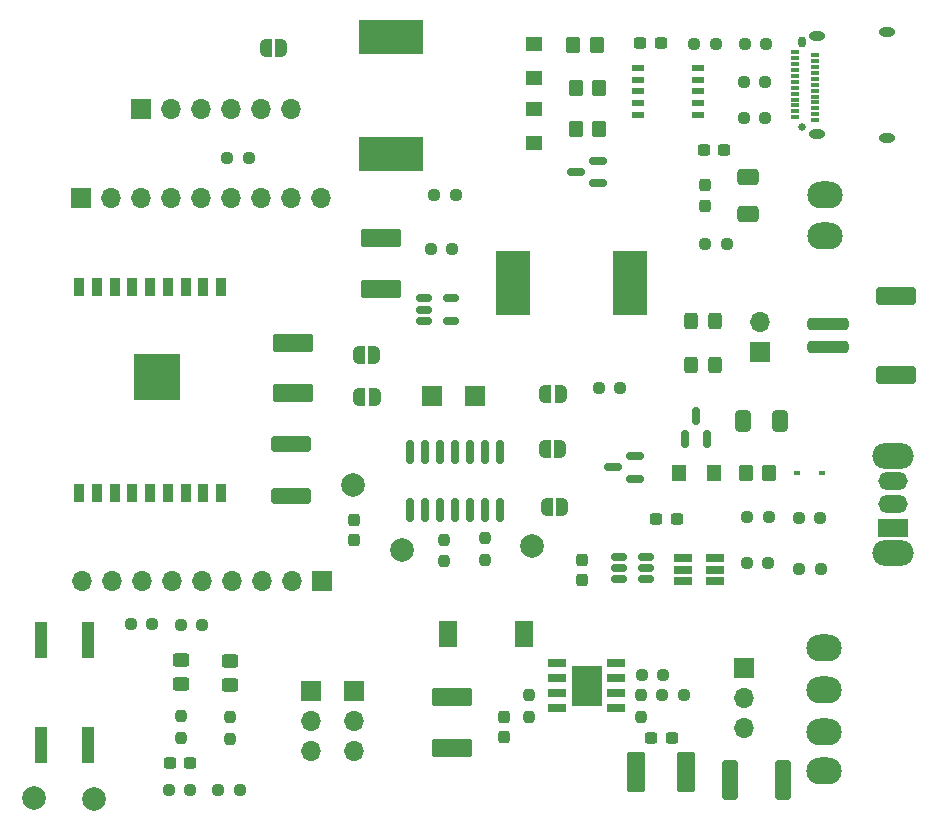
<source format=gbr>
G04 #@! TF.GenerationSoftware,KiCad,Pcbnew,6.99.0-unknown-70a038877e~161~ubuntu22.04.1*
G04 #@! TF.CreationDate,2023-01-18T13:45:27+00:00*
G04 #@! TF.ProjectId,MyBikesGotLED,4d794269-6b65-4734-976f-744c45442e6b,rev?*
G04 #@! TF.SameCoordinates,PX586a470PY296c010*
G04 #@! TF.FileFunction,Soldermask,Top*
G04 #@! TF.FilePolarity,Negative*
%FSLAX46Y46*%
G04 Gerber Fmt 4.6, Leading zero omitted, Abs format (unit mm)*
G04 Created by KiCad (PCBNEW 6.99.0-unknown-70a038877e~161~ubuntu22.04.1) date 2023-01-18 13:45:27*
%MOMM*%
%LPD*%
G01*
G04 APERTURE LIST*
G04 Aperture macros list*
%AMRoundRect*
0 Rectangle with rounded corners*
0 $1 Rounding radius*
0 $2 $3 $4 $5 $6 $7 $8 $9 X,Y pos of 4 corners*
0 Add a 4 corners polygon primitive as box body*
4,1,4,$2,$3,$4,$5,$6,$7,$8,$9,$2,$3,0*
0 Add four circle primitives for the rounded corners*
1,1,$1+$1,$2,$3*
1,1,$1+$1,$4,$5*
1,1,$1+$1,$6,$7*
1,1,$1+$1,$8,$9*
0 Add four rect primitives between the rounded corners*
20,1,$1+$1,$2,$3,$4,$5,0*
20,1,$1+$1,$4,$5,$6,$7,0*
20,1,$1+$1,$6,$7,$8,$9,0*
20,1,$1+$1,$8,$9,$2,$3,0*%
%AMFreePoly0*
4,1,19,0.500000,-0.750000,0.000000,-0.750000,0.000000,-0.744911,-0.071157,-0.744911,-0.207708,-0.704816,-0.327430,-0.627875,-0.420627,-0.520320,-0.479746,-0.390866,-0.500000,-0.250000,-0.500000,0.250000,-0.479746,0.390866,-0.420627,0.520320,-0.327430,0.627875,-0.207708,0.704816,-0.071157,0.744911,0.000000,0.744911,0.000000,0.750000,0.500000,0.750000,0.500000,-0.750000,0.500000,-0.750000,
$1*%
%AMFreePoly1*
4,1,19,0.000000,0.744911,0.071157,0.744911,0.207708,0.704816,0.327430,0.627875,0.420627,0.520320,0.479746,0.390866,0.500000,0.250000,0.500000,-0.250000,0.479746,-0.390866,0.420627,-0.520320,0.327430,-0.627875,0.207708,-0.704816,0.071157,-0.744911,0.000000,-0.744911,0.000000,-0.750000,-0.500000,-0.750000,-0.500000,0.750000,0.000000,0.750000,0.000000,0.744911,0.000000,0.744911,
$1*%
G04 Aperture macros list end*
%ADD10R,1.700000X1.700000*%
%ADD11O,1.700000X1.700000*%
%ADD12RoundRect,0.237500X0.237500X-0.250000X0.237500X0.250000X-0.237500X0.250000X-0.237500X-0.250000X0*%
%ADD13RoundRect,0.249999X1.450001X-0.537501X1.450001X0.537501X-1.450001X0.537501X-1.450001X-0.537501X0*%
%ADD14RoundRect,0.237500X0.300000X0.237500X-0.300000X0.237500X-0.300000X-0.237500X0.300000X-0.237500X0*%
%ADD15RoundRect,0.237500X-0.237500X0.250000X-0.237500X-0.250000X0.237500X-0.250000X0.237500X0.250000X0*%
%ADD16RoundRect,0.237500X0.250000X0.237500X-0.250000X0.237500X-0.250000X-0.237500X0.250000X-0.237500X0*%
%ADD17RoundRect,0.150000X0.150000X-0.825000X0.150000X0.825000X-0.150000X0.825000X-0.150000X-0.825000X0*%
%ADD18RoundRect,0.237500X-0.250000X-0.237500X0.250000X-0.237500X0.250000X0.237500X-0.250000X0.237500X0*%
%ADD19R,1.505000X0.802000*%
%ADD20R,2.613000X3.502000*%
%ADD21RoundRect,0.250000X-1.450000X0.400000X-1.450000X-0.400000X1.450000X-0.400000X1.450000X0.400000X0*%
%ADD22C,2.000000*%
%ADD23R,1.000000X3.100000*%
%ADD24RoundRect,0.237500X-0.237500X0.300000X-0.237500X-0.300000X0.237500X-0.300000X0.237500X0.300000X0*%
%ADD25RoundRect,0.249999X0.537501X1.450001X-0.537501X1.450001X-0.537501X-1.450001X0.537501X-1.450001X0*%
%ADD26RoundRect,0.250000X-0.400000X-1.450000X0.400000X-1.450000X0.400000X1.450000X-0.400000X1.450000X0*%
%ADD27C,0.650000*%
%ADD28O,0.650000X0.950000*%
%ADD29R,0.700000X0.300000*%
%ADD30O,1.400000X0.800000*%
%ADD31R,1.500000X2.200000*%
%ADD32R,5.400000X2.900000*%
%ADD33R,0.900000X1.500000*%
%ADD34R,4.000000X4.000000*%
%ADD35R,1.100000X0.510000*%
%ADD36RoundRect,0.249999X-1.450001X0.537501X-1.450001X-0.537501X1.450001X-0.537501X1.450001X0.537501X0*%
%ADD37RoundRect,0.150000X-0.512500X-0.150000X0.512500X-0.150000X0.512500X0.150000X-0.512500X0.150000X0*%
%ADD38O,3.500000X2.200000*%
%ADD39R,2.500000X1.500000*%
%ADD40O,2.500000X1.500000*%
%ADD41R,1.400000X1.300000*%
%ADD42O,3.000000X2.286000*%
%ADD43FreePoly0,0.000000*%
%ADD44FreePoly1,0.000000*%
%ADD45RoundRect,0.250000X0.350000X0.450000X-0.350000X0.450000X-0.350000X-0.450000X0.350000X-0.450000X0*%
%ADD46RoundRect,0.237500X-0.300000X-0.237500X0.300000X-0.237500X0.300000X0.237500X-0.300000X0.237500X0*%
%ADD47RoundRect,0.250000X0.450000X-0.325000X0.450000X0.325000X-0.450000X0.325000X-0.450000X-0.325000X0*%
%ADD48R,1.300000X1.400000*%
%ADD49R,0.600000X0.450000*%
%ADD50RoundRect,0.250000X-0.350000X-0.450000X0.350000X-0.450000X0.350000X0.450000X-0.350000X0.450000X0*%
%ADD51RoundRect,0.250000X-0.325000X-0.450000X0.325000X-0.450000X0.325000X0.450000X-0.325000X0.450000X0*%
%ADD52RoundRect,0.150000X0.587500X0.150000X-0.587500X0.150000X-0.587500X-0.150000X0.587500X-0.150000X0*%
%ADD53RoundRect,0.250000X-0.650000X0.412500X-0.650000X-0.412500X0.650000X-0.412500X0.650000X0.412500X0*%
%ADD54R,2.900000X5.400000*%
%ADD55RoundRect,0.150000X0.150000X-0.587500X0.150000X0.587500X-0.150000X0.587500X-0.150000X-0.587500X0*%
%ADD56RoundRect,0.250000X1.500000X-0.250000X1.500000X0.250000X-1.500000X0.250000X-1.500000X-0.250000X0*%
%ADD57RoundRect,0.250001X1.449999X-0.499999X1.449999X0.499999X-1.449999X0.499999X-1.449999X-0.499999X0*%
%ADD58RoundRect,0.250000X-1.450000X0.537500X-1.450000X-0.537500X1.450000X-0.537500X1.450000X0.537500X0*%
%ADD59FreePoly0,180.000000*%
%ADD60FreePoly1,180.000000*%
%ADD61RoundRect,0.250000X-0.412500X-0.650000X0.412500X-0.650000X0.412500X0.650000X-0.412500X0.650000X0*%
%ADD62R,1.560000X0.650000*%
G04 APERTURE END LIST*
D10*
X66259999Y-64405999D03*
D11*
X66259999Y-66945999D03*
X66259999Y-69485999D03*
D12*
X48027500Y-68563500D03*
X48027500Y-66738500D03*
D13*
X28080000Y-41136000D03*
X28080000Y-36861000D03*
D14*
X60150000Y-70331000D03*
X58425000Y-70331000D03*
D15*
X57577500Y-66708500D03*
X57577500Y-68533500D03*
D16*
X68072500Y-14786000D03*
X66247500Y-14786000D03*
D17*
X38010000Y-51081000D03*
X39280000Y-51081000D03*
X40550000Y-51081000D03*
X41820000Y-51081000D03*
X43090000Y-51081000D03*
X44360000Y-51081000D03*
X45630000Y-51081000D03*
X45630000Y-46131000D03*
X44360000Y-46131000D03*
X43090000Y-46131000D03*
X41820000Y-46131000D03*
X40550000Y-46131000D03*
X39280000Y-46131000D03*
X38010000Y-46131000D03*
D18*
X40055000Y-24386000D03*
X41880000Y-24386000D03*
D10*
X39859999Y-41405999D03*
X43519999Y-41405999D03*
D19*
X50429999Y-64015999D03*
X50429999Y-65285999D03*
X50429999Y-66555999D03*
X50429999Y-67825999D03*
X55424999Y-67825999D03*
X55424999Y-66555999D03*
X55424999Y-65285999D03*
X55424999Y-64015999D03*
D20*
X52927499Y-65920999D03*
D21*
X27940000Y-45426000D03*
X27940000Y-49876000D03*
D22*
X6160000Y-75413500D03*
X11240000Y-75541501D03*
D23*
X6699999Y-70973499D03*
X6699999Y-62073499D03*
X10699999Y-70973499D03*
X10699999Y-62073499D03*
D16*
X68132500Y-11566000D03*
X66307500Y-11566000D03*
X68072500Y-17816000D03*
X66247500Y-17816000D03*
D22*
X33140000Y-48946000D03*
X37320000Y-54386000D03*
X48300000Y-54086000D03*
D24*
X45927500Y-68558500D03*
X45927500Y-70283500D03*
D25*
X61385000Y-73211000D03*
X57110000Y-73211000D03*
D26*
X65085000Y-73866000D03*
X69535000Y-73866000D03*
D27*
X71200000Y-18636000D03*
D28*
X71199999Y-11435999D03*
D29*
X70539999Y-17785999D03*
X70539999Y-17285999D03*
X70539999Y-16785999D03*
X70539999Y-16285999D03*
X70539999Y-15785999D03*
X70539999Y-15285999D03*
X70539999Y-14785999D03*
X70539999Y-14285999D03*
X70539999Y-13785999D03*
X70539999Y-13285999D03*
X70539999Y-12785999D03*
X70539999Y-12285999D03*
X72239999Y-12535999D03*
X72239999Y-13035999D03*
X72239999Y-13535999D03*
X72239999Y-14035999D03*
X72239999Y-14535999D03*
X72239999Y-15035999D03*
X72239999Y-15535999D03*
X72239999Y-16035999D03*
X72239999Y-16535999D03*
X72239999Y-17035999D03*
X72239999Y-17535999D03*
X72239999Y-18035999D03*
D30*
X78399999Y-19525999D03*
X72449999Y-19165999D03*
X72449999Y-10905999D03*
X78399999Y-10545999D03*
D31*
X41237499Y-61570999D03*
X47637499Y-61570999D03*
D32*
X36399999Y-20875999D03*
X36399999Y-10975999D03*
D16*
X16170000Y-60706000D03*
X14345000Y-60706000D03*
X23592500Y-74736000D03*
X21767500Y-74736000D03*
D18*
X18585000Y-60756000D03*
X20410000Y-60756000D03*
D12*
X22720000Y-70413500D03*
X22720000Y-68588500D03*
X18600000Y-70333500D03*
X18600000Y-68508500D03*
D33*
X9979999Y-49625999D03*
X11479999Y-49625999D03*
X12979999Y-49625999D03*
X14479999Y-49625999D03*
X15979999Y-49625999D03*
X17479999Y-49625999D03*
X18979999Y-49625999D03*
X20479999Y-49625999D03*
X21979999Y-49625999D03*
X21979999Y-32125999D03*
X20479999Y-32125999D03*
X18979999Y-32125999D03*
X17479999Y-32125999D03*
X15979999Y-32125999D03*
X14479999Y-32125999D03*
X12979999Y-32125999D03*
X11479999Y-32125999D03*
X9979999Y-32125999D03*
D34*
X16589999Y-39775999D03*
D35*
X62349999Y-17595999D03*
X62349999Y-16595999D03*
X62349999Y-15595999D03*
X62349999Y-14595999D03*
X62349999Y-13595999D03*
X57249999Y-13595999D03*
X57249999Y-14595999D03*
X57249999Y-15595999D03*
X57249999Y-16595999D03*
X57249999Y-17595999D03*
D36*
X35500000Y-28031000D03*
X35500000Y-32306000D03*
D37*
X55670000Y-55006000D03*
X55670000Y-55956000D03*
X55670000Y-56906000D03*
X57945000Y-56906000D03*
X57945000Y-55956000D03*
X57945000Y-55006000D03*
D15*
X44370000Y-53431000D03*
X44370000Y-55256000D03*
D18*
X62967500Y-28476000D03*
X64792500Y-28476000D03*
D38*
X78849999Y-54665999D03*
X78849999Y-46465999D03*
D39*
X78849999Y-52565999D03*
D40*
X78849999Y-50565999D03*
X78849999Y-48565999D03*
D16*
X19387500Y-74716000D03*
X17562500Y-74716000D03*
D24*
X33230000Y-51881000D03*
X33230000Y-53606000D03*
D10*
X33239999Y-66395999D03*
D11*
X33239999Y-68935999D03*
X33239999Y-71475999D03*
D41*
X48479999Y-17045999D03*
X48479999Y-19945999D03*
X48499999Y-14445999D03*
X48499999Y-11545999D03*
D42*
X73069999Y-62755999D03*
X73042032Y-66251842D03*
X73042032Y-69803617D03*
X73042032Y-73159626D03*
D16*
X59422500Y-64996000D03*
X57597500Y-64996000D03*
X61180000Y-66741000D03*
X59355000Y-66741000D03*
D42*
X73138204Y-24347169D03*
X73110237Y-27843012D03*
D10*
X29589999Y-66395999D03*
D11*
X29589999Y-68935999D03*
X29589999Y-71475999D03*
D43*
X49430000Y-41246000D03*
D44*
X50730000Y-41246000D03*
D45*
X68390000Y-47886000D03*
X66390000Y-47886000D03*
D14*
X59212500Y-11516000D03*
X57487500Y-11516000D03*
D10*
X67619999Y-37630999D03*
D11*
X67619999Y-35090999D03*
D46*
X58827500Y-51836000D03*
X60552500Y-51836000D03*
D47*
X18600000Y-65796000D03*
X18600000Y-63746000D03*
D16*
X24325000Y-21256000D03*
X22500000Y-21256000D03*
D18*
X66510000Y-51666000D03*
X68335000Y-51666000D03*
D48*
X63689999Y-47875999D03*
X60789999Y-47875999D03*
D49*
X70739999Y-47905999D03*
X72839999Y-47905999D03*
D24*
X52580000Y-55233500D03*
X52580000Y-56958500D03*
D10*
X15199999Y-17065999D03*
D11*
X17739999Y-17065999D03*
X20279999Y-17065999D03*
X22819999Y-17065999D03*
X25359999Y-17065999D03*
X27899999Y-17065999D03*
D50*
X52010000Y-15306000D03*
X54010000Y-15306000D03*
X51820000Y-11666000D03*
X53820000Y-11666000D03*
D51*
X61757500Y-38756000D03*
X63807500Y-38756000D03*
D18*
X53975000Y-40696000D03*
X55800000Y-40696000D03*
D52*
X57050000Y-48376000D03*
X57050000Y-46476000D03*
X55175000Y-47426000D03*
D53*
X66600000Y-22853500D03*
X66600000Y-25978500D03*
D51*
X61757500Y-34996000D03*
X63807500Y-34996000D03*
D54*
X46669999Y-31835999D03*
X56569999Y-31835999D03*
D16*
X63882500Y-11566000D03*
X62057500Y-11566000D03*
D55*
X61260000Y-44986000D03*
X63160000Y-44986000D03*
X62210000Y-43111000D03*
D56*
X73340000Y-37256000D03*
X73340000Y-35256000D03*
D57*
X79090000Y-39606000D03*
X79090000Y-32906000D03*
D43*
X49420000Y-45876000D03*
D44*
X50720000Y-45876000D03*
D18*
X66480000Y-55566000D03*
X68305000Y-55566000D03*
D45*
X54000000Y-18746000D03*
X52000000Y-18746000D03*
D47*
X22720000Y-65888500D03*
X22720000Y-63838500D03*
D52*
X53880000Y-23386000D03*
X53880000Y-21486000D03*
X52005000Y-22436000D03*
D58*
X41577500Y-66903500D03*
X41577500Y-71178500D03*
D59*
X27070000Y-11946000D03*
D60*
X25770000Y-11946000D03*
D10*
X30499999Y-57015999D03*
D11*
X27959999Y-57015999D03*
X25419999Y-57015999D03*
X22879999Y-57015999D03*
X20339999Y-57015999D03*
X17799999Y-57015999D03*
X15259999Y-57015999D03*
X12719999Y-57015999D03*
X10179999Y-57015999D03*
D24*
X62980000Y-23556000D03*
X62980000Y-25281000D03*
D16*
X41565000Y-28916000D03*
X39740000Y-28916000D03*
X72700000Y-51676000D03*
X70875000Y-51676000D03*
D59*
X34990000Y-41436000D03*
D60*
X33690000Y-41436000D03*
D43*
X49540000Y-50816000D03*
D44*
X50840000Y-50816000D03*
D15*
X40820000Y-53553500D03*
X40820000Y-55378500D03*
D43*
X33660000Y-37896000D03*
D44*
X34960000Y-37896000D03*
D18*
X70920000Y-56046000D03*
X72745000Y-56046000D03*
D61*
X66207500Y-43536000D03*
X69332500Y-43536000D03*
D46*
X62877500Y-20546000D03*
X64602500Y-20546000D03*
D10*
X10089999Y-24625999D03*
D11*
X12629999Y-24625999D03*
X15169999Y-24625999D03*
X17709999Y-24625999D03*
X20249999Y-24625999D03*
X22789999Y-24625999D03*
X25329999Y-24625999D03*
X27869999Y-24625999D03*
X30409999Y-24625999D03*
D37*
X39162500Y-33116000D03*
X39162500Y-34066000D03*
X39162500Y-35016000D03*
X41437500Y-35016000D03*
X41437500Y-33116000D03*
D62*
X61119999Y-55135999D03*
X61119999Y-56085999D03*
X61119999Y-57035999D03*
X63819999Y-57035999D03*
X63819999Y-56085999D03*
X63819999Y-55135999D03*
D46*
X17645000Y-72496000D03*
X19370000Y-72496000D03*
M02*

</source>
